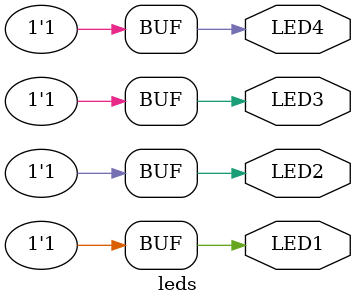
<source format=v>
module leds(	// file.cleaned.mlir:2:3
  output LED1,	// file.cleaned.mlir:2:23
         LED2,	// file.cleaned.mlir:2:38
         LED3,	// file.cleaned.mlir:2:53
         LED4	// file.cleaned.mlir:2:68
);

  assign LED1 = 1'h1;	// file.cleaned.mlir:3:13, :4:5
  assign LED2 = 1'h1;	// file.cleaned.mlir:3:13, :4:5
  assign LED3 = 1'h1;	// file.cleaned.mlir:3:13, :4:5
  assign LED4 = 1'h1;	// file.cleaned.mlir:3:13, :4:5
endmodule


</source>
